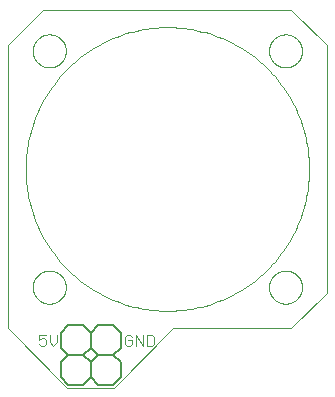
<source format=gto>
G75*
%MOIN*%
%OFA0B0*%
%FSLAX25Y25*%
%IPPOS*%
%LPD*%
%AMOC8*
5,1,8,0,0,1.08239X$1,22.5*
%
%ADD10C,0.00000*%
%ADD11C,0.00300*%
%ADD12C,0.00600*%
D10*
X0019517Y0026222D02*
X0039202Y0006537D01*
X0054950Y0006537D01*
X0074635Y0026222D01*
X0114005Y0026222D01*
X0125816Y0038033D01*
X0125816Y0120710D01*
X0114005Y0132521D01*
X0031328Y0132521D01*
X0019517Y0120710D01*
X0019517Y0026222D01*
X0027784Y0040002D02*
X0027786Y0040150D01*
X0027792Y0040298D01*
X0027802Y0040446D01*
X0027816Y0040593D01*
X0027834Y0040740D01*
X0027855Y0040886D01*
X0027881Y0041032D01*
X0027911Y0041177D01*
X0027944Y0041321D01*
X0027982Y0041464D01*
X0028023Y0041606D01*
X0028068Y0041747D01*
X0028116Y0041887D01*
X0028169Y0042026D01*
X0028225Y0042163D01*
X0028285Y0042298D01*
X0028348Y0042432D01*
X0028415Y0042564D01*
X0028486Y0042694D01*
X0028560Y0042822D01*
X0028637Y0042948D01*
X0028718Y0043072D01*
X0028802Y0043194D01*
X0028889Y0043313D01*
X0028980Y0043430D01*
X0029074Y0043545D01*
X0029170Y0043657D01*
X0029270Y0043767D01*
X0029372Y0043873D01*
X0029478Y0043977D01*
X0029586Y0044078D01*
X0029697Y0044176D01*
X0029810Y0044272D01*
X0029926Y0044364D01*
X0030044Y0044453D01*
X0030165Y0044538D01*
X0030288Y0044621D01*
X0030413Y0044700D01*
X0030540Y0044776D01*
X0030669Y0044848D01*
X0030800Y0044917D01*
X0030933Y0044982D01*
X0031068Y0045043D01*
X0031204Y0045101D01*
X0031341Y0045156D01*
X0031480Y0045206D01*
X0031621Y0045253D01*
X0031762Y0045296D01*
X0031905Y0045336D01*
X0032049Y0045371D01*
X0032193Y0045403D01*
X0032339Y0045430D01*
X0032485Y0045454D01*
X0032632Y0045474D01*
X0032779Y0045490D01*
X0032926Y0045502D01*
X0033074Y0045510D01*
X0033222Y0045514D01*
X0033370Y0045514D01*
X0033518Y0045510D01*
X0033666Y0045502D01*
X0033813Y0045490D01*
X0033960Y0045474D01*
X0034107Y0045454D01*
X0034253Y0045430D01*
X0034399Y0045403D01*
X0034543Y0045371D01*
X0034687Y0045336D01*
X0034830Y0045296D01*
X0034971Y0045253D01*
X0035112Y0045206D01*
X0035251Y0045156D01*
X0035388Y0045101D01*
X0035524Y0045043D01*
X0035659Y0044982D01*
X0035792Y0044917D01*
X0035923Y0044848D01*
X0036052Y0044776D01*
X0036179Y0044700D01*
X0036304Y0044621D01*
X0036427Y0044538D01*
X0036548Y0044453D01*
X0036666Y0044364D01*
X0036782Y0044272D01*
X0036895Y0044176D01*
X0037006Y0044078D01*
X0037114Y0043977D01*
X0037220Y0043873D01*
X0037322Y0043767D01*
X0037422Y0043657D01*
X0037518Y0043545D01*
X0037612Y0043430D01*
X0037703Y0043313D01*
X0037790Y0043194D01*
X0037874Y0043072D01*
X0037955Y0042948D01*
X0038032Y0042822D01*
X0038106Y0042694D01*
X0038177Y0042564D01*
X0038244Y0042432D01*
X0038307Y0042298D01*
X0038367Y0042163D01*
X0038423Y0042026D01*
X0038476Y0041887D01*
X0038524Y0041747D01*
X0038569Y0041606D01*
X0038610Y0041464D01*
X0038648Y0041321D01*
X0038681Y0041177D01*
X0038711Y0041032D01*
X0038737Y0040886D01*
X0038758Y0040740D01*
X0038776Y0040593D01*
X0038790Y0040446D01*
X0038800Y0040298D01*
X0038806Y0040150D01*
X0038808Y0040002D01*
X0038806Y0039854D01*
X0038800Y0039706D01*
X0038790Y0039558D01*
X0038776Y0039411D01*
X0038758Y0039264D01*
X0038737Y0039118D01*
X0038711Y0038972D01*
X0038681Y0038827D01*
X0038648Y0038683D01*
X0038610Y0038540D01*
X0038569Y0038398D01*
X0038524Y0038257D01*
X0038476Y0038117D01*
X0038423Y0037978D01*
X0038367Y0037841D01*
X0038307Y0037706D01*
X0038244Y0037572D01*
X0038177Y0037440D01*
X0038106Y0037310D01*
X0038032Y0037182D01*
X0037955Y0037056D01*
X0037874Y0036932D01*
X0037790Y0036810D01*
X0037703Y0036691D01*
X0037612Y0036574D01*
X0037518Y0036459D01*
X0037422Y0036347D01*
X0037322Y0036237D01*
X0037220Y0036131D01*
X0037114Y0036027D01*
X0037006Y0035926D01*
X0036895Y0035828D01*
X0036782Y0035732D01*
X0036666Y0035640D01*
X0036548Y0035551D01*
X0036427Y0035466D01*
X0036304Y0035383D01*
X0036179Y0035304D01*
X0036052Y0035228D01*
X0035923Y0035156D01*
X0035792Y0035087D01*
X0035659Y0035022D01*
X0035524Y0034961D01*
X0035388Y0034903D01*
X0035251Y0034848D01*
X0035112Y0034798D01*
X0034971Y0034751D01*
X0034830Y0034708D01*
X0034687Y0034668D01*
X0034543Y0034633D01*
X0034399Y0034601D01*
X0034253Y0034574D01*
X0034107Y0034550D01*
X0033960Y0034530D01*
X0033813Y0034514D01*
X0033666Y0034502D01*
X0033518Y0034494D01*
X0033370Y0034490D01*
X0033222Y0034490D01*
X0033074Y0034494D01*
X0032926Y0034502D01*
X0032779Y0034514D01*
X0032632Y0034530D01*
X0032485Y0034550D01*
X0032339Y0034574D01*
X0032193Y0034601D01*
X0032049Y0034633D01*
X0031905Y0034668D01*
X0031762Y0034708D01*
X0031621Y0034751D01*
X0031480Y0034798D01*
X0031341Y0034848D01*
X0031204Y0034903D01*
X0031068Y0034961D01*
X0030933Y0035022D01*
X0030800Y0035087D01*
X0030669Y0035156D01*
X0030540Y0035228D01*
X0030413Y0035304D01*
X0030288Y0035383D01*
X0030165Y0035466D01*
X0030044Y0035551D01*
X0029926Y0035640D01*
X0029810Y0035732D01*
X0029697Y0035828D01*
X0029586Y0035926D01*
X0029478Y0036027D01*
X0029372Y0036131D01*
X0029270Y0036237D01*
X0029170Y0036347D01*
X0029074Y0036459D01*
X0028980Y0036574D01*
X0028889Y0036691D01*
X0028802Y0036810D01*
X0028718Y0036932D01*
X0028637Y0037056D01*
X0028560Y0037182D01*
X0028486Y0037310D01*
X0028415Y0037440D01*
X0028348Y0037572D01*
X0028285Y0037706D01*
X0028225Y0037841D01*
X0028169Y0037978D01*
X0028116Y0038117D01*
X0028068Y0038257D01*
X0028023Y0038398D01*
X0027982Y0038540D01*
X0027944Y0038683D01*
X0027911Y0038827D01*
X0027881Y0038972D01*
X0027855Y0039118D01*
X0027834Y0039264D01*
X0027816Y0039411D01*
X0027802Y0039558D01*
X0027792Y0039706D01*
X0027786Y0039854D01*
X0027784Y0040002D01*
X0025422Y0079372D02*
X0025436Y0080531D01*
X0025479Y0081690D01*
X0025550Y0082847D01*
X0025649Y0084003D01*
X0025777Y0085155D01*
X0025933Y0086304D01*
X0026118Y0087449D01*
X0026330Y0088589D01*
X0026570Y0089723D01*
X0026838Y0090851D01*
X0027133Y0091973D01*
X0027456Y0093086D01*
X0027806Y0094192D01*
X0028184Y0095288D01*
X0028588Y0096375D01*
X0029018Y0097451D01*
X0029475Y0098517D01*
X0029958Y0099571D01*
X0030467Y0100613D01*
X0031001Y0101643D01*
X0031560Y0102658D01*
X0032143Y0103660D01*
X0032752Y0104647D01*
X0033384Y0105619D01*
X0034040Y0106575D01*
X0034719Y0107515D01*
X0035421Y0108438D01*
X0036146Y0109343D01*
X0036892Y0110230D01*
X0037661Y0111099D01*
X0038450Y0111949D01*
X0039259Y0112779D01*
X0040089Y0113588D01*
X0040939Y0114377D01*
X0041808Y0115146D01*
X0042695Y0115892D01*
X0043600Y0116617D01*
X0044523Y0117319D01*
X0045463Y0117998D01*
X0046419Y0118654D01*
X0047391Y0119286D01*
X0048378Y0119895D01*
X0049380Y0120478D01*
X0050395Y0121037D01*
X0051425Y0121571D01*
X0052467Y0122080D01*
X0053521Y0122563D01*
X0054587Y0123020D01*
X0055663Y0123450D01*
X0056750Y0123854D01*
X0057846Y0124232D01*
X0058952Y0124582D01*
X0060065Y0124905D01*
X0061187Y0125200D01*
X0062315Y0125468D01*
X0063449Y0125708D01*
X0064589Y0125920D01*
X0065734Y0126105D01*
X0066883Y0126261D01*
X0068035Y0126389D01*
X0069191Y0126488D01*
X0070348Y0126559D01*
X0071507Y0126602D01*
X0072666Y0126616D01*
X0073825Y0126602D01*
X0074984Y0126559D01*
X0076141Y0126488D01*
X0077297Y0126389D01*
X0078449Y0126261D01*
X0079598Y0126105D01*
X0080743Y0125920D01*
X0081883Y0125708D01*
X0083017Y0125468D01*
X0084145Y0125200D01*
X0085267Y0124905D01*
X0086380Y0124582D01*
X0087486Y0124232D01*
X0088582Y0123854D01*
X0089669Y0123450D01*
X0090745Y0123020D01*
X0091811Y0122563D01*
X0092865Y0122080D01*
X0093907Y0121571D01*
X0094937Y0121037D01*
X0095952Y0120478D01*
X0096954Y0119895D01*
X0097941Y0119286D01*
X0098913Y0118654D01*
X0099869Y0117998D01*
X0100809Y0117319D01*
X0101732Y0116617D01*
X0102637Y0115892D01*
X0103524Y0115146D01*
X0104393Y0114377D01*
X0105243Y0113588D01*
X0106073Y0112779D01*
X0106882Y0111949D01*
X0107671Y0111099D01*
X0108440Y0110230D01*
X0109186Y0109343D01*
X0109911Y0108438D01*
X0110613Y0107515D01*
X0111292Y0106575D01*
X0111948Y0105619D01*
X0112580Y0104647D01*
X0113189Y0103660D01*
X0113772Y0102658D01*
X0114331Y0101643D01*
X0114865Y0100613D01*
X0115374Y0099571D01*
X0115857Y0098517D01*
X0116314Y0097451D01*
X0116744Y0096375D01*
X0117148Y0095288D01*
X0117526Y0094192D01*
X0117876Y0093086D01*
X0118199Y0091973D01*
X0118494Y0090851D01*
X0118762Y0089723D01*
X0119002Y0088589D01*
X0119214Y0087449D01*
X0119399Y0086304D01*
X0119555Y0085155D01*
X0119683Y0084003D01*
X0119782Y0082847D01*
X0119853Y0081690D01*
X0119896Y0080531D01*
X0119910Y0079372D01*
X0119896Y0078213D01*
X0119853Y0077054D01*
X0119782Y0075897D01*
X0119683Y0074741D01*
X0119555Y0073589D01*
X0119399Y0072440D01*
X0119214Y0071295D01*
X0119002Y0070155D01*
X0118762Y0069021D01*
X0118494Y0067893D01*
X0118199Y0066771D01*
X0117876Y0065658D01*
X0117526Y0064552D01*
X0117148Y0063456D01*
X0116744Y0062369D01*
X0116314Y0061293D01*
X0115857Y0060227D01*
X0115374Y0059173D01*
X0114865Y0058131D01*
X0114331Y0057101D01*
X0113772Y0056086D01*
X0113189Y0055084D01*
X0112580Y0054097D01*
X0111948Y0053125D01*
X0111292Y0052169D01*
X0110613Y0051229D01*
X0109911Y0050306D01*
X0109186Y0049401D01*
X0108440Y0048514D01*
X0107671Y0047645D01*
X0106882Y0046795D01*
X0106073Y0045965D01*
X0105243Y0045156D01*
X0104393Y0044367D01*
X0103524Y0043598D01*
X0102637Y0042852D01*
X0101732Y0042127D01*
X0100809Y0041425D01*
X0099869Y0040746D01*
X0098913Y0040090D01*
X0097941Y0039458D01*
X0096954Y0038849D01*
X0095952Y0038266D01*
X0094937Y0037707D01*
X0093907Y0037173D01*
X0092865Y0036664D01*
X0091811Y0036181D01*
X0090745Y0035724D01*
X0089669Y0035294D01*
X0088582Y0034890D01*
X0087486Y0034512D01*
X0086380Y0034162D01*
X0085267Y0033839D01*
X0084145Y0033544D01*
X0083017Y0033276D01*
X0081883Y0033036D01*
X0080743Y0032824D01*
X0079598Y0032639D01*
X0078449Y0032483D01*
X0077297Y0032355D01*
X0076141Y0032256D01*
X0074984Y0032185D01*
X0073825Y0032142D01*
X0072666Y0032128D01*
X0071507Y0032142D01*
X0070348Y0032185D01*
X0069191Y0032256D01*
X0068035Y0032355D01*
X0066883Y0032483D01*
X0065734Y0032639D01*
X0064589Y0032824D01*
X0063449Y0033036D01*
X0062315Y0033276D01*
X0061187Y0033544D01*
X0060065Y0033839D01*
X0058952Y0034162D01*
X0057846Y0034512D01*
X0056750Y0034890D01*
X0055663Y0035294D01*
X0054587Y0035724D01*
X0053521Y0036181D01*
X0052467Y0036664D01*
X0051425Y0037173D01*
X0050395Y0037707D01*
X0049380Y0038266D01*
X0048378Y0038849D01*
X0047391Y0039458D01*
X0046419Y0040090D01*
X0045463Y0040746D01*
X0044523Y0041425D01*
X0043600Y0042127D01*
X0042695Y0042852D01*
X0041808Y0043598D01*
X0040939Y0044367D01*
X0040089Y0045156D01*
X0039259Y0045965D01*
X0038450Y0046795D01*
X0037661Y0047645D01*
X0036892Y0048514D01*
X0036146Y0049401D01*
X0035421Y0050306D01*
X0034719Y0051229D01*
X0034040Y0052169D01*
X0033384Y0053125D01*
X0032752Y0054097D01*
X0032143Y0055084D01*
X0031560Y0056086D01*
X0031001Y0057101D01*
X0030467Y0058131D01*
X0029958Y0059173D01*
X0029475Y0060227D01*
X0029018Y0061293D01*
X0028588Y0062369D01*
X0028184Y0063456D01*
X0027806Y0064552D01*
X0027456Y0065658D01*
X0027133Y0066771D01*
X0026838Y0067893D01*
X0026570Y0069021D01*
X0026330Y0070155D01*
X0026118Y0071295D01*
X0025933Y0072440D01*
X0025777Y0073589D01*
X0025649Y0074741D01*
X0025550Y0075897D01*
X0025479Y0077054D01*
X0025436Y0078213D01*
X0025422Y0079372D01*
X0027784Y0118742D02*
X0027786Y0118890D01*
X0027792Y0119038D01*
X0027802Y0119186D01*
X0027816Y0119333D01*
X0027834Y0119480D01*
X0027855Y0119626D01*
X0027881Y0119772D01*
X0027911Y0119917D01*
X0027944Y0120061D01*
X0027982Y0120204D01*
X0028023Y0120346D01*
X0028068Y0120487D01*
X0028116Y0120627D01*
X0028169Y0120766D01*
X0028225Y0120903D01*
X0028285Y0121038D01*
X0028348Y0121172D01*
X0028415Y0121304D01*
X0028486Y0121434D01*
X0028560Y0121562D01*
X0028637Y0121688D01*
X0028718Y0121812D01*
X0028802Y0121934D01*
X0028889Y0122053D01*
X0028980Y0122170D01*
X0029074Y0122285D01*
X0029170Y0122397D01*
X0029270Y0122507D01*
X0029372Y0122613D01*
X0029478Y0122717D01*
X0029586Y0122818D01*
X0029697Y0122916D01*
X0029810Y0123012D01*
X0029926Y0123104D01*
X0030044Y0123193D01*
X0030165Y0123278D01*
X0030288Y0123361D01*
X0030413Y0123440D01*
X0030540Y0123516D01*
X0030669Y0123588D01*
X0030800Y0123657D01*
X0030933Y0123722D01*
X0031068Y0123783D01*
X0031204Y0123841D01*
X0031341Y0123896D01*
X0031480Y0123946D01*
X0031621Y0123993D01*
X0031762Y0124036D01*
X0031905Y0124076D01*
X0032049Y0124111D01*
X0032193Y0124143D01*
X0032339Y0124170D01*
X0032485Y0124194D01*
X0032632Y0124214D01*
X0032779Y0124230D01*
X0032926Y0124242D01*
X0033074Y0124250D01*
X0033222Y0124254D01*
X0033370Y0124254D01*
X0033518Y0124250D01*
X0033666Y0124242D01*
X0033813Y0124230D01*
X0033960Y0124214D01*
X0034107Y0124194D01*
X0034253Y0124170D01*
X0034399Y0124143D01*
X0034543Y0124111D01*
X0034687Y0124076D01*
X0034830Y0124036D01*
X0034971Y0123993D01*
X0035112Y0123946D01*
X0035251Y0123896D01*
X0035388Y0123841D01*
X0035524Y0123783D01*
X0035659Y0123722D01*
X0035792Y0123657D01*
X0035923Y0123588D01*
X0036052Y0123516D01*
X0036179Y0123440D01*
X0036304Y0123361D01*
X0036427Y0123278D01*
X0036548Y0123193D01*
X0036666Y0123104D01*
X0036782Y0123012D01*
X0036895Y0122916D01*
X0037006Y0122818D01*
X0037114Y0122717D01*
X0037220Y0122613D01*
X0037322Y0122507D01*
X0037422Y0122397D01*
X0037518Y0122285D01*
X0037612Y0122170D01*
X0037703Y0122053D01*
X0037790Y0121934D01*
X0037874Y0121812D01*
X0037955Y0121688D01*
X0038032Y0121562D01*
X0038106Y0121434D01*
X0038177Y0121304D01*
X0038244Y0121172D01*
X0038307Y0121038D01*
X0038367Y0120903D01*
X0038423Y0120766D01*
X0038476Y0120627D01*
X0038524Y0120487D01*
X0038569Y0120346D01*
X0038610Y0120204D01*
X0038648Y0120061D01*
X0038681Y0119917D01*
X0038711Y0119772D01*
X0038737Y0119626D01*
X0038758Y0119480D01*
X0038776Y0119333D01*
X0038790Y0119186D01*
X0038800Y0119038D01*
X0038806Y0118890D01*
X0038808Y0118742D01*
X0038806Y0118594D01*
X0038800Y0118446D01*
X0038790Y0118298D01*
X0038776Y0118151D01*
X0038758Y0118004D01*
X0038737Y0117858D01*
X0038711Y0117712D01*
X0038681Y0117567D01*
X0038648Y0117423D01*
X0038610Y0117280D01*
X0038569Y0117138D01*
X0038524Y0116997D01*
X0038476Y0116857D01*
X0038423Y0116718D01*
X0038367Y0116581D01*
X0038307Y0116446D01*
X0038244Y0116312D01*
X0038177Y0116180D01*
X0038106Y0116050D01*
X0038032Y0115922D01*
X0037955Y0115796D01*
X0037874Y0115672D01*
X0037790Y0115550D01*
X0037703Y0115431D01*
X0037612Y0115314D01*
X0037518Y0115199D01*
X0037422Y0115087D01*
X0037322Y0114977D01*
X0037220Y0114871D01*
X0037114Y0114767D01*
X0037006Y0114666D01*
X0036895Y0114568D01*
X0036782Y0114472D01*
X0036666Y0114380D01*
X0036548Y0114291D01*
X0036427Y0114206D01*
X0036304Y0114123D01*
X0036179Y0114044D01*
X0036052Y0113968D01*
X0035923Y0113896D01*
X0035792Y0113827D01*
X0035659Y0113762D01*
X0035524Y0113701D01*
X0035388Y0113643D01*
X0035251Y0113588D01*
X0035112Y0113538D01*
X0034971Y0113491D01*
X0034830Y0113448D01*
X0034687Y0113408D01*
X0034543Y0113373D01*
X0034399Y0113341D01*
X0034253Y0113314D01*
X0034107Y0113290D01*
X0033960Y0113270D01*
X0033813Y0113254D01*
X0033666Y0113242D01*
X0033518Y0113234D01*
X0033370Y0113230D01*
X0033222Y0113230D01*
X0033074Y0113234D01*
X0032926Y0113242D01*
X0032779Y0113254D01*
X0032632Y0113270D01*
X0032485Y0113290D01*
X0032339Y0113314D01*
X0032193Y0113341D01*
X0032049Y0113373D01*
X0031905Y0113408D01*
X0031762Y0113448D01*
X0031621Y0113491D01*
X0031480Y0113538D01*
X0031341Y0113588D01*
X0031204Y0113643D01*
X0031068Y0113701D01*
X0030933Y0113762D01*
X0030800Y0113827D01*
X0030669Y0113896D01*
X0030540Y0113968D01*
X0030413Y0114044D01*
X0030288Y0114123D01*
X0030165Y0114206D01*
X0030044Y0114291D01*
X0029926Y0114380D01*
X0029810Y0114472D01*
X0029697Y0114568D01*
X0029586Y0114666D01*
X0029478Y0114767D01*
X0029372Y0114871D01*
X0029270Y0114977D01*
X0029170Y0115087D01*
X0029074Y0115199D01*
X0028980Y0115314D01*
X0028889Y0115431D01*
X0028802Y0115550D01*
X0028718Y0115672D01*
X0028637Y0115796D01*
X0028560Y0115922D01*
X0028486Y0116050D01*
X0028415Y0116180D01*
X0028348Y0116312D01*
X0028285Y0116446D01*
X0028225Y0116581D01*
X0028169Y0116718D01*
X0028116Y0116857D01*
X0028068Y0116997D01*
X0028023Y0117138D01*
X0027982Y0117280D01*
X0027944Y0117423D01*
X0027911Y0117567D01*
X0027881Y0117712D01*
X0027855Y0117858D01*
X0027834Y0118004D01*
X0027816Y0118151D01*
X0027802Y0118298D01*
X0027792Y0118446D01*
X0027786Y0118594D01*
X0027784Y0118742D01*
X0106524Y0118742D02*
X0106526Y0118890D01*
X0106532Y0119038D01*
X0106542Y0119186D01*
X0106556Y0119333D01*
X0106574Y0119480D01*
X0106595Y0119626D01*
X0106621Y0119772D01*
X0106651Y0119917D01*
X0106684Y0120061D01*
X0106722Y0120204D01*
X0106763Y0120346D01*
X0106808Y0120487D01*
X0106856Y0120627D01*
X0106909Y0120766D01*
X0106965Y0120903D01*
X0107025Y0121038D01*
X0107088Y0121172D01*
X0107155Y0121304D01*
X0107226Y0121434D01*
X0107300Y0121562D01*
X0107377Y0121688D01*
X0107458Y0121812D01*
X0107542Y0121934D01*
X0107629Y0122053D01*
X0107720Y0122170D01*
X0107814Y0122285D01*
X0107910Y0122397D01*
X0108010Y0122507D01*
X0108112Y0122613D01*
X0108218Y0122717D01*
X0108326Y0122818D01*
X0108437Y0122916D01*
X0108550Y0123012D01*
X0108666Y0123104D01*
X0108784Y0123193D01*
X0108905Y0123278D01*
X0109028Y0123361D01*
X0109153Y0123440D01*
X0109280Y0123516D01*
X0109409Y0123588D01*
X0109540Y0123657D01*
X0109673Y0123722D01*
X0109808Y0123783D01*
X0109944Y0123841D01*
X0110081Y0123896D01*
X0110220Y0123946D01*
X0110361Y0123993D01*
X0110502Y0124036D01*
X0110645Y0124076D01*
X0110789Y0124111D01*
X0110933Y0124143D01*
X0111079Y0124170D01*
X0111225Y0124194D01*
X0111372Y0124214D01*
X0111519Y0124230D01*
X0111666Y0124242D01*
X0111814Y0124250D01*
X0111962Y0124254D01*
X0112110Y0124254D01*
X0112258Y0124250D01*
X0112406Y0124242D01*
X0112553Y0124230D01*
X0112700Y0124214D01*
X0112847Y0124194D01*
X0112993Y0124170D01*
X0113139Y0124143D01*
X0113283Y0124111D01*
X0113427Y0124076D01*
X0113570Y0124036D01*
X0113711Y0123993D01*
X0113852Y0123946D01*
X0113991Y0123896D01*
X0114128Y0123841D01*
X0114264Y0123783D01*
X0114399Y0123722D01*
X0114532Y0123657D01*
X0114663Y0123588D01*
X0114792Y0123516D01*
X0114919Y0123440D01*
X0115044Y0123361D01*
X0115167Y0123278D01*
X0115288Y0123193D01*
X0115406Y0123104D01*
X0115522Y0123012D01*
X0115635Y0122916D01*
X0115746Y0122818D01*
X0115854Y0122717D01*
X0115960Y0122613D01*
X0116062Y0122507D01*
X0116162Y0122397D01*
X0116258Y0122285D01*
X0116352Y0122170D01*
X0116443Y0122053D01*
X0116530Y0121934D01*
X0116614Y0121812D01*
X0116695Y0121688D01*
X0116772Y0121562D01*
X0116846Y0121434D01*
X0116917Y0121304D01*
X0116984Y0121172D01*
X0117047Y0121038D01*
X0117107Y0120903D01*
X0117163Y0120766D01*
X0117216Y0120627D01*
X0117264Y0120487D01*
X0117309Y0120346D01*
X0117350Y0120204D01*
X0117388Y0120061D01*
X0117421Y0119917D01*
X0117451Y0119772D01*
X0117477Y0119626D01*
X0117498Y0119480D01*
X0117516Y0119333D01*
X0117530Y0119186D01*
X0117540Y0119038D01*
X0117546Y0118890D01*
X0117548Y0118742D01*
X0117546Y0118594D01*
X0117540Y0118446D01*
X0117530Y0118298D01*
X0117516Y0118151D01*
X0117498Y0118004D01*
X0117477Y0117858D01*
X0117451Y0117712D01*
X0117421Y0117567D01*
X0117388Y0117423D01*
X0117350Y0117280D01*
X0117309Y0117138D01*
X0117264Y0116997D01*
X0117216Y0116857D01*
X0117163Y0116718D01*
X0117107Y0116581D01*
X0117047Y0116446D01*
X0116984Y0116312D01*
X0116917Y0116180D01*
X0116846Y0116050D01*
X0116772Y0115922D01*
X0116695Y0115796D01*
X0116614Y0115672D01*
X0116530Y0115550D01*
X0116443Y0115431D01*
X0116352Y0115314D01*
X0116258Y0115199D01*
X0116162Y0115087D01*
X0116062Y0114977D01*
X0115960Y0114871D01*
X0115854Y0114767D01*
X0115746Y0114666D01*
X0115635Y0114568D01*
X0115522Y0114472D01*
X0115406Y0114380D01*
X0115288Y0114291D01*
X0115167Y0114206D01*
X0115044Y0114123D01*
X0114919Y0114044D01*
X0114792Y0113968D01*
X0114663Y0113896D01*
X0114532Y0113827D01*
X0114399Y0113762D01*
X0114264Y0113701D01*
X0114128Y0113643D01*
X0113991Y0113588D01*
X0113852Y0113538D01*
X0113711Y0113491D01*
X0113570Y0113448D01*
X0113427Y0113408D01*
X0113283Y0113373D01*
X0113139Y0113341D01*
X0112993Y0113314D01*
X0112847Y0113290D01*
X0112700Y0113270D01*
X0112553Y0113254D01*
X0112406Y0113242D01*
X0112258Y0113234D01*
X0112110Y0113230D01*
X0111962Y0113230D01*
X0111814Y0113234D01*
X0111666Y0113242D01*
X0111519Y0113254D01*
X0111372Y0113270D01*
X0111225Y0113290D01*
X0111079Y0113314D01*
X0110933Y0113341D01*
X0110789Y0113373D01*
X0110645Y0113408D01*
X0110502Y0113448D01*
X0110361Y0113491D01*
X0110220Y0113538D01*
X0110081Y0113588D01*
X0109944Y0113643D01*
X0109808Y0113701D01*
X0109673Y0113762D01*
X0109540Y0113827D01*
X0109409Y0113896D01*
X0109280Y0113968D01*
X0109153Y0114044D01*
X0109028Y0114123D01*
X0108905Y0114206D01*
X0108784Y0114291D01*
X0108666Y0114380D01*
X0108550Y0114472D01*
X0108437Y0114568D01*
X0108326Y0114666D01*
X0108218Y0114767D01*
X0108112Y0114871D01*
X0108010Y0114977D01*
X0107910Y0115087D01*
X0107814Y0115199D01*
X0107720Y0115314D01*
X0107629Y0115431D01*
X0107542Y0115550D01*
X0107458Y0115672D01*
X0107377Y0115796D01*
X0107300Y0115922D01*
X0107226Y0116050D01*
X0107155Y0116180D01*
X0107088Y0116312D01*
X0107025Y0116446D01*
X0106965Y0116581D01*
X0106909Y0116718D01*
X0106856Y0116857D01*
X0106808Y0116997D01*
X0106763Y0117138D01*
X0106722Y0117280D01*
X0106684Y0117423D01*
X0106651Y0117567D01*
X0106621Y0117712D01*
X0106595Y0117858D01*
X0106574Y0118004D01*
X0106556Y0118151D01*
X0106542Y0118298D01*
X0106532Y0118446D01*
X0106526Y0118594D01*
X0106524Y0118742D01*
X0106524Y0040002D02*
X0106526Y0040150D01*
X0106532Y0040298D01*
X0106542Y0040446D01*
X0106556Y0040593D01*
X0106574Y0040740D01*
X0106595Y0040886D01*
X0106621Y0041032D01*
X0106651Y0041177D01*
X0106684Y0041321D01*
X0106722Y0041464D01*
X0106763Y0041606D01*
X0106808Y0041747D01*
X0106856Y0041887D01*
X0106909Y0042026D01*
X0106965Y0042163D01*
X0107025Y0042298D01*
X0107088Y0042432D01*
X0107155Y0042564D01*
X0107226Y0042694D01*
X0107300Y0042822D01*
X0107377Y0042948D01*
X0107458Y0043072D01*
X0107542Y0043194D01*
X0107629Y0043313D01*
X0107720Y0043430D01*
X0107814Y0043545D01*
X0107910Y0043657D01*
X0108010Y0043767D01*
X0108112Y0043873D01*
X0108218Y0043977D01*
X0108326Y0044078D01*
X0108437Y0044176D01*
X0108550Y0044272D01*
X0108666Y0044364D01*
X0108784Y0044453D01*
X0108905Y0044538D01*
X0109028Y0044621D01*
X0109153Y0044700D01*
X0109280Y0044776D01*
X0109409Y0044848D01*
X0109540Y0044917D01*
X0109673Y0044982D01*
X0109808Y0045043D01*
X0109944Y0045101D01*
X0110081Y0045156D01*
X0110220Y0045206D01*
X0110361Y0045253D01*
X0110502Y0045296D01*
X0110645Y0045336D01*
X0110789Y0045371D01*
X0110933Y0045403D01*
X0111079Y0045430D01*
X0111225Y0045454D01*
X0111372Y0045474D01*
X0111519Y0045490D01*
X0111666Y0045502D01*
X0111814Y0045510D01*
X0111962Y0045514D01*
X0112110Y0045514D01*
X0112258Y0045510D01*
X0112406Y0045502D01*
X0112553Y0045490D01*
X0112700Y0045474D01*
X0112847Y0045454D01*
X0112993Y0045430D01*
X0113139Y0045403D01*
X0113283Y0045371D01*
X0113427Y0045336D01*
X0113570Y0045296D01*
X0113711Y0045253D01*
X0113852Y0045206D01*
X0113991Y0045156D01*
X0114128Y0045101D01*
X0114264Y0045043D01*
X0114399Y0044982D01*
X0114532Y0044917D01*
X0114663Y0044848D01*
X0114792Y0044776D01*
X0114919Y0044700D01*
X0115044Y0044621D01*
X0115167Y0044538D01*
X0115288Y0044453D01*
X0115406Y0044364D01*
X0115522Y0044272D01*
X0115635Y0044176D01*
X0115746Y0044078D01*
X0115854Y0043977D01*
X0115960Y0043873D01*
X0116062Y0043767D01*
X0116162Y0043657D01*
X0116258Y0043545D01*
X0116352Y0043430D01*
X0116443Y0043313D01*
X0116530Y0043194D01*
X0116614Y0043072D01*
X0116695Y0042948D01*
X0116772Y0042822D01*
X0116846Y0042694D01*
X0116917Y0042564D01*
X0116984Y0042432D01*
X0117047Y0042298D01*
X0117107Y0042163D01*
X0117163Y0042026D01*
X0117216Y0041887D01*
X0117264Y0041747D01*
X0117309Y0041606D01*
X0117350Y0041464D01*
X0117388Y0041321D01*
X0117421Y0041177D01*
X0117451Y0041032D01*
X0117477Y0040886D01*
X0117498Y0040740D01*
X0117516Y0040593D01*
X0117530Y0040446D01*
X0117540Y0040298D01*
X0117546Y0040150D01*
X0117548Y0040002D01*
X0117546Y0039854D01*
X0117540Y0039706D01*
X0117530Y0039558D01*
X0117516Y0039411D01*
X0117498Y0039264D01*
X0117477Y0039118D01*
X0117451Y0038972D01*
X0117421Y0038827D01*
X0117388Y0038683D01*
X0117350Y0038540D01*
X0117309Y0038398D01*
X0117264Y0038257D01*
X0117216Y0038117D01*
X0117163Y0037978D01*
X0117107Y0037841D01*
X0117047Y0037706D01*
X0116984Y0037572D01*
X0116917Y0037440D01*
X0116846Y0037310D01*
X0116772Y0037182D01*
X0116695Y0037056D01*
X0116614Y0036932D01*
X0116530Y0036810D01*
X0116443Y0036691D01*
X0116352Y0036574D01*
X0116258Y0036459D01*
X0116162Y0036347D01*
X0116062Y0036237D01*
X0115960Y0036131D01*
X0115854Y0036027D01*
X0115746Y0035926D01*
X0115635Y0035828D01*
X0115522Y0035732D01*
X0115406Y0035640D01*
X0115288Y0035551D01*
X0115167Y0035466D01*
X0115044Y0035383D01*
X0114919Y0035304D01*
X0114792Y0035228D01*
X0114663Y0035156D01*
X0114532Y0035087D01*
X0114399Y0035022D01*
X0114264Y0034961D01*
X0114128Y0034903D01*
X0113991Y0034848D01*
X0113852Y0034798D01*
X0113711Y0034751D01*
X0113570Y0034708D01*
X0113427Y0034668D01*
X0113283Y0034633D01*
X0113139Y0034601D01*
X0112993Y0034574D01*
X0112847Y0034550D01*
X0112700Y0034530D01*
X0112553Y0034514D01*
X0112406Y0034502D01*
X0112258Y0034494D01*
X0112110Y0034490D01*
X0111962Y0034490D01*
X0111814Y0034494D01*
X0111666Y0034502D01*
X0111519Y0034514D01*
X0111372Y0034530D01*
X0111225Y0034550D01*
X0111079Y0034574D01*
X0110933Y0034601D01*
X0110789Y0034633D01*
X0110645Y0034668D01*
X0110502Y0034708D01*
X0110361Y0034751D01*
X0110220Y0034798D01*
X0110081Y0034848D01*
X0109944Y0034903D01*
X0109808Y0034961D01*
X0109673Y0035022D01*
X0109540Y0035087D01*
X0109409Y0035156D01*
X0109280Y0035228D01*
X0109153Y0035304D01*
X0109028Y0035383D01*
X0108905Y0035466D01*
X0108784Y0035551D01*
X0108666Y0035640D01*
X0108550Y0035732D01*
X0108437Y0035828D01*
X0108326Y0035926D01*
X0108218Y0036027D01*
X0108112Y0036131D01*
X0108010Y0036237D01*
X0107910Y0036347D01*
X0107814Y0036459D01*
X0107720Y0036574D01*
X0107629Y0036691D01*
X0107542Y0036810D01*
X0107458Y0036932D01*
X0107377Y0037056D01*
X0107300Y0037182D01*
X0107226Y0037310D01*
X0107155Y0037440D01*
X0107088Y0037572D01*
X0107025Y0037706D01*
X0106965Y0037841D01*
X0106909Y0037978D01*
X0106856Y0038117D01*
X0106808Y0038257D01*
X0106763Y0038398D01*
X0106722Y0038540D01*
X0106684Y0038683D01*
X0106651Y0038827D01*
X0106621Y0038972D01*
X0106595Y0039118D01*
X0106574Y0039264D01*
X0106556Y0039411D01*
X0106542Y0039558D01*
X0106532Y0039706D01*
X0106526Y0039854D01*
X0106524Y0040002D01*
D11*
X0068268Y0023521D02*
X0067651Y0024138D01*
X0065799Y0024138D01*
X0065799Y0020435D01*
X0067651Y0020435D01*
X0068268Y0021052D01*
X0068268Y0023521D01*
X0064585Y0024138D02*
X0064585Y0020435D01*
X0062116Y0024138D01*
X0062116Y0020435D01*
X0060902Y0021052D02*
X0060902Y0022287D01*
X0059668Y0022287D01*
X0060902Y0023521D02*
X0060285Y0024138D01*
X0059050Y0024138D01*
X0058433Y0023521D01*
X0058433Y0021052D01*
X0059050Y0020435D01*
X0060285Y0020435D01*
X0060902Y0021052D01*
X0035915Y0021669D02*
X0035915Y0024138D01*
X0035915Y0021669D02*
X0034680Y0020435D01*
X0033446Y0021669D01*
X0033446Y0024138D01*
X0032232Y0024138D02*
X0029763Y0024138D01*
X0029763Y0022287D01*
X0030997Y0022904D01*
X0031614Y0022904D01*
X0032232Y0022287D01*
X0032232Y0021052D01*
X0031614Y0020435D01*
X0030380Y0020435D01*
X0029763Y0021052D01*
D12*
X0037076Y0019785D02*
X0039576Y0017285D01*
X0044576Y0017285D01*
X0047076Y0019785D01*
X0049576Y0017285D01*
X0054576Y0017285D01*
X0057076Y0019785D01*
X0057076Y0024785D01*
X0054576Y0027285D01*
X0049576Y0027285D01*
X0047076Y0024785D01*
X0047076Y0019785D01*
X0049576Y0017443D02*
X0054576Y0017443D01*
X0057076Y0014943D01*
X0057076Y0009943D01*
X0054576Y0007443D01*
X0049576Y0007443D01*
X0047076Y0009943D01*
X0044576Y0007443D01*
X0039576Y0007443D01*
X0037076Y0009943D01*
X0037076Y0014943D01*
X0039576Y0017443D01*
X0044576Y0017443D01*
X0047076Y0014943D01*
X0049576Y0017443D01*
X0047076Y0014943D02*
X0047076Y0009943D01*
X0037076Y0019785D02*
X0037076Y0024785D01*
X0039576Y0027285D01*
X0044576Y0027285D01*
X0047076Y0024785D01*
M02*

</source>
